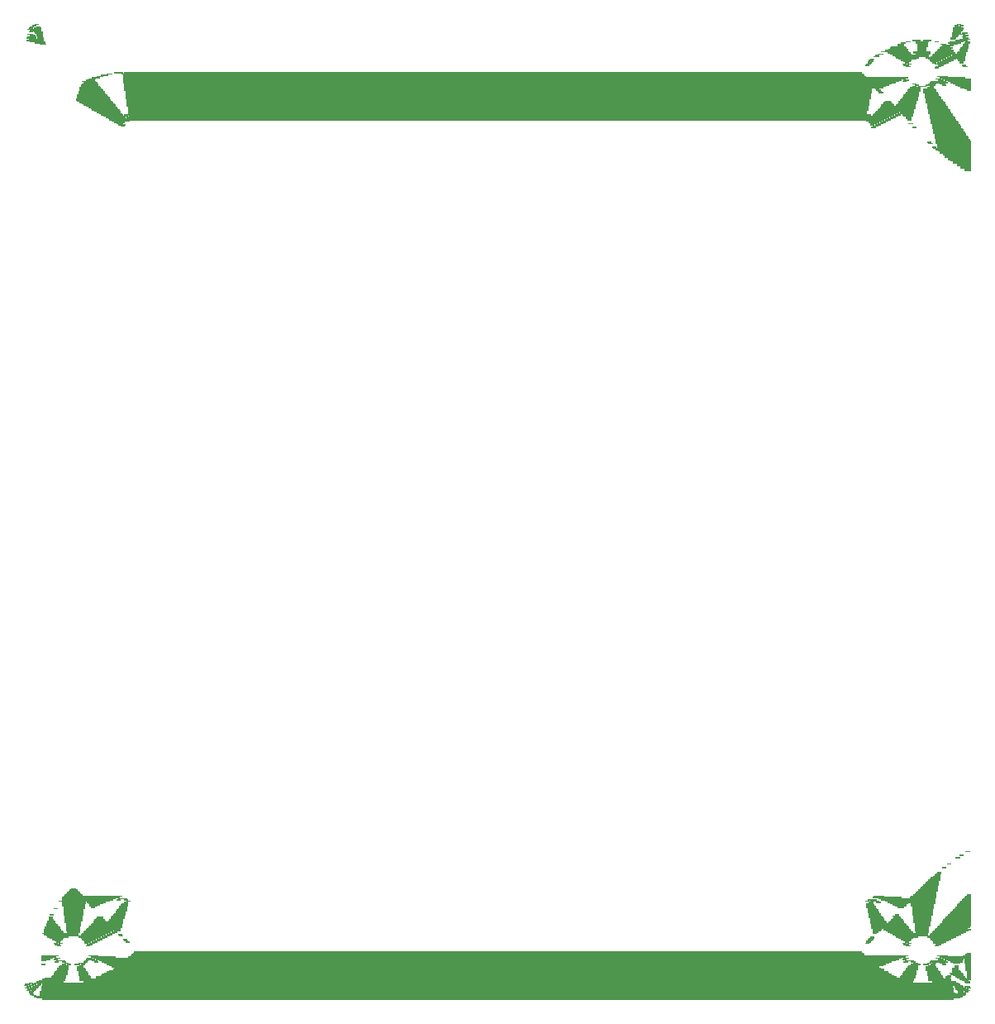
<source format=gbo>
%MOIN*%
%OFA0B0*%
%FSLAX36Y36*%
%IPPOS*%
%LPD*%
%ADD10R,0.0024992781413612566X0.0049962017766497467*%
D10*
X000075017Y000007494D02*
X003748917Y000007494D01*
X000050024Y000012490D02*
X003763912Y000012490D01*
X003758953Y000012490D02*
X003773909Y000012490D01*
X000040027Y000017486D02*
X000059982Y000017486D01*
X000060021Y000017486D02*
X003763912Y000017486D01*
X003758953Y000017486D02*
X003773909Y000017486D01*
X003768950Y000017486D02*
X003783907Y000017486D01*
X000030030Y000022482D02*
X000049985Y000022482D01*
X000065020Y000022482D02*
X003753915Y000022482D01*
X003748956Y000022482D02*
X003763912Y000022482D01*
X003758953Y000022482D02*
X003773909Y000022482D01*
X003768950Y000022482D02*
X003783907Y000022482D01*
X003778947Y000022482D02*
X003793904Y000022482D01*
X000025031Y000027479D02*
X000039988Y000027479D01*
X000065020Y000027479D02*
X003753915Y000027479D01*
X003758953Y000027479D02*
X003773909Y000027479D01*
X003768950Y000027479D02*
X003783907Y000027479D01*
X003783946Y000027479D02*
X003798902Y000027479D01*
X000020033Y000032475D02*
X000034989Y000032475D01*
X000065020Y000032475D02*
X003753915Y000032475D01*
X003768950Y000032475D02*
X003788905Y000032475D01*
X003783946Y000032475D02*
X003798902Y000032475D01*
X000020033Y000037471D02*
X000039988Y000037471D01*
X000065020Y000037471D02*
X003748917Y000037471D01*
X003768950Y000037471D02*
X003788905Y000037471D01*
X003793943Y000037471D02*
X003808899Y000037471D01*
X000010036Y000042467D02*
X000024992Y000042467D01*
X000030030Y000042467D02*
X000044987Y000042467D01*
X000070018Y000042467D02*
X003748917Y000042467D01*
X003763951Y000042467D02*
X003783907Y000042467D01*
X003783946Y000042467D02*
X003798902Y000042467D01*
X003798941Y000042467D02*
X003813898Y000042467D01*
X000015034Y000047463D02*
X000034989Y000047463D01*
X000035028Y000047463D02*
X000049985Y000047463D01*
X000070018Y000047463D02*
X003748917Y000047463D01*
X003758953Y000047463D02*
X003778908Y000047463D01*
X003778947Y000047463D02*
X003808899Y000047463D01*
X000005037Y000052460D02*
X000019994Y000052460D01*
X000025031Y000052460D02*
X000044987Y000052460D01*
X000040027Y000052460D02*
X000054984Y000052460D01*
X000070018Y000052460D02*
X003748917Y000052460D01*
X003758953Y000052460D02*
X003773909Y000052460D01*
X003768950Y000052460D02*
X003798902Y000052460D01*
X003803940Y000052460D02*
X003818897Y000052460D01*
X000010036Y000057456D02*
X000029991Y000057456D01*
X000035028Y000057456D02*
X000059982Y000057456D01*
X000070018Y000057456D02*
X003743918Y000057456D01*
X003753954Y000057456D02*
X003768911Y000057456D01*
X003763951Y000057456D02*
X003788905Y000057456D01*
X003793943Y000057456D02*
X003813898Y000057456D01*
X000000039Y000062452D02*
X000014995Y000062452D01*
X000020033Y000062452D02*
X000039988Y000062452D01*
X000045026Y000062452D02*
X000064981Y000062452D01*
X000075017Y000062452D02*
X003743918Y000062452D01*
X003748956Y000062452D02*
X003763912Y000062452D01*
X003758953Y000062452D02*
X003783907Y000062452D01*
X000005037Y000067448D02*
X000024992Y000067448D01*
X000030030Y000067448D02*
X000049985Y000067448D01*
X000055023Y000067448D02*
X000069979Y000067448D01*
X000075017Y000067448D02*
X003743918Y000067448D01*
X003748956Y000067448D02*
X003773909Y000067448D01*
X000020033Y000072444D02*
X000034989Y000072444D01*
X000040027Y000072444D02*
X000059982Y000072444D01*
X000060021Y000072444D02*
X000074978Y000072444D01*
X000075017Y000072444D02*
X003743918Y000072444D01*
X003743957Y000072444D02*
X003768911Y000072444D01*
X003798941Y000072444D02*
X003813898Y000072444D01*
X000050024Y000077441D02*
X000069979Y000077441D01*
X000065020Y000077441D02*
X000079976Y000077441D01*
X000075017Y000077441D02*
X000159953Y000077441D01*
X000239969Y000077441D02*
X003583964Y000077441D01*
X003663980Y000077441D02*
X003743918Y000077441D01*
X003743957Y000077441D02*
X003758914Y000077441D01*
X003793943Y000077441D02*
X003813898Y000077441D01*
X000060021Y000082437D02*
X000084975Y000082437D01*
X000080015Y000082437D02*
X000139959Y000082437D01*
X000135000Y000082437D02*
X000164952Y000082437D01*
X000224974Y000082437D02*
X000259924Y000082437D01*
X000259963Y000082437D02*
X003563970Y000082437D01*
X003559011Y000082437D02*
X003588963Y000082437D01*
X003648985Y000082437D02*
X003683935Y000082437D01*
X003683975Y000082437D02*
X003738920Y000082437D01*
X003783946Y000082437D02*
X003808899Y000082437D01*
X000075017Y000087433D02*
X000119965Y000087433D01*
X000115005Y000087433D02*
X000164952Y000087433D01*
X000224974Y000087433D02*
X000274920Y000087433D01*
X000274959Y000087433D02*
X003543976Y000087433D01*
X003539016Y000087433D02*
X003588963Y000087433D01*
X003648985Y000087433D02*
X003703930Y000087433D01*
X003703969Y000087433D02*
X003738920Y000087433D01*
X003773949Y000087433D02*
X003803901Y000087433D01*
X003803940Y000087433D02*
X003818897Y000087433D01*
X000085014Y000092429D02*
X000104969Y000092429D01*
X000105008Y000092429D02*
X000169950Y000092429D01*
X000224974Y000092429D02*
X000269922Y000092429D01*
X000289955Y000092429D02*
X003528980Y000092429D01*
X003529019Y000092429D02*
X003593961Y000092429D01*
X003648985Y000092429D02*
X003708928Y000092429D01*
X003718964Y000092429D02*
X003733921Y000092429D01*
X003763951Y000092429D02*
X003798902Y000092429D01*
X003803940Y000092429D02*
X003818897Y000092429D01*
X000110007Y000097425D02*
X000169950Y000097425D01*
X000224974Y000097425D02*
X000269922Y000097425D01*
X000289955Y000097425D02*
X000304911Y000097425D01*
X000299952Y000097425D02*
X003518983Y000097425D01*
X003534018Y000097425D02*
X003593961Y000097425D01*
X003648985Y000097425D02*
X003703930Y000097425D01*
X003718964Y000097425D02*
X003738920Y000097425D01*
X003758953Y000097425D02*
X003793904Y000097425D01*
X003803940Y000097425D02*
X003818897Y000097425D01*
X000115005Y000102422D02*
X000169950Y000102422D01*
X000219975Y000102422D02*
X000264923Y000102422D01*
X000309949Y000102422D02*
X003508986Y000102422D01*
X003539016Y000102422D02*
X003593961Y000102422D01*
X003643986Y000102422D02*
X003703930Y000102422D01*
X003723963Y000102422D02*
X003738920Y000102422D01*
X003748956Y000102422D02*
X003788905Y000102422D01*
X003803940Y000102422D02*
X003818897Y000102422D01*
X000120004Y000107418D02*
X000174949Y000107418D01*
X000219975Y000107418D02*
X000259924Y000107418D01*
X000314948Y000107418D02*
X000329904Y000107418D01*
X000324945Y000107418D02*
X003498989Y000107418D01*
X003544015Y000107418D02*
X003598960Y000107418D01*
X003643986Y000107418D02*
X003698931Y000107418D01*
X003738959Y000107418D02*
X003788905Y000107418D01*
X003803940Y000107418D02*
X003818897Y000107418D01*
X000120004Y000112414D02*
X000174949Y000112414D01*
X000219975Y000112414D02*
X000259924Y000112414D01*
X000324945Y000112414D02*
X000339901Y000112414D01*
X000334942Y000112414D02*
X003488992Y000112414D01*
X003544015Y000112414D02*
X003598960Y000112414D01*
X003643986Y000112414D02*
X003693933Y000112414D01*
X003733960Y000112414D02*
X003783907Y000112414D01*
X003803940Y000112414D02*
X003818897Y000112414D01*
X000125002Y000117410D02*
X000174949Y000117410D01*
X000219975Y000117410D02*
X000254926Y000117410D01*
X000334942Y000117410D02*
X000349898Y000117410D01*
X000344939Y000117410D02*
X003483993Y000117410D01*
X003549014Y000117410D02*
X003598960Y000117410D01*
X003643986Y000117410D02*
X003693933Y000117410D01*
X003743957Y000117410D02*
X003778908Y000117410D01*
X003803940Y000117410D02*
X003818897Y000117410D01*
X000130001Y000122406D02*
X000174949Y000122406D01*
X000214976Y000122406D02*
X000249927Y000122406D01*
X000344939Y000122406D02*
X003468998Y000122406D01*
X003554012Y000122406D02*
X003598960Y000122406D01*
X003638988Y000122406D02*
X003688934Y000122406D01*
X003743957Y000122406D02*
X003773909Y000122406D01*
X003798941Y000122406D02*
X003818897Y000122406D01*
X000135000Y000127403D02*
X000179948Y000127403D01*
X000214976Y000127403D02*
X000249927Y000127403D01*
X000359935Y000127403D02*
X003468998Y000127403D01*
X003559011Y000127403D02*
X003603959Y000127403D01*
X003638988Y000127403D02*
X003683935Y000127403D01*
X003743957Y000127403D02*
X003768911Y000127403D01*
X003798941Y000127403D02*
X003818897Y000127403D01*
X000135000Y000132399D02*
X000179948Y000132399D01*
X000214976Y000132399D02*
X000244929Y000132399D01*
X000364933Y000132399D02*
X003454002Y000132399D01*
X003559011Y000132399D02*
X003603959Y000132399D01*
X003638988Y000132399D02*
X003683935Y000132399D01*
X003743957Y000132399D02*
X003758914Y000132399D01*
X003753954Y000132399D02*
X003768911Y000132399D01*
X003798941Y000132399D02*
X003818897Y000132399D01*
X000139998Y000137395D02*
X000179948Y000137395D01*
X000214976Y000137395D02*
X000239930Y000137395D01*
X000354936Y000137395D02*
X000379890Y000137395D01*
X000374930Y000137395D02*
X003449003Y000137395D01*
X003564009Y000137395D02*
X003603959Y000137395D01*
X003638988Y000137395D02*
X003678937Y000137395D01*
X003753954Y000137395D02*
X003768911Y000137395D01*
X003798941Y000137395D02*
X003818897Y000137395D01*
X000144997Y000142391D02*
X000169950Y000142391D01*
X000164991Y000142391D02*
X000179948Y000142391D01*
X000224974Y000142391D02*
X000239930Y000142391D01*
X000344939Y000142391D02*
X000384888Y000142391D01*
X000379929Y000142391D02*
X003439006Y000142391D01*
X003434047Y000142391D02*
X003463999Y000142391D01*
X003569008Y000142391D02*
X003593961Y000142391D01*
X003589002Y000142391D02*
X003603959Y000142391D01*
X003648985Y000142391D02*
X003673938Y000142391D01*
X003753954Y000142391D02*
X003768911Y000142391D01*
X003798941Y000142391D02*
X003818897Y000142391D01*
X000070018Y000147387D02*
X000084975Y000147387D01*
X000154994Y000147387D02*
X000169950Y000147387D01*
X000174988Y000147387D02*
X000189945Y000147387D01*
X000204979Y000147387D02*
X000224935Y000147387D01*
X000229972Y000147387D02*
X000244929Y000147387D01*
X000334942Y000147387D02*
X000394885Y000147387D01*
X000389926Y000147387D02*
X003473996Y000147387D01*
X003579005Y000147387D02*
X003593961Y000147387D01*
X003598999Y000147387D02*
X003613956Y000147387D01*
X003628990Y000147387D02*
X003648946Y000147387D01*
X003658982Y000147387D02*
X003673938Y000147387D01*
X003703969Y000147387D02*
X003718925Y000147387D01*
X003798941Y000147387D02*
X003818897Y000147387D01*
X000164991Y000152384D02*
X000179948Y000152384D01*
X000219975Y000152384D02*
X000234932Y000152384D01*
X000234971Y000152384D02*
X000249927Y000152384D01*
X000324945Y000152384D02*
X003424011Y000152384D01*
X003419051Y000152384D02*
X003488992Y000152384D01*
X003589002Y000152384D02*
X003603959Y000152384D01*
X003643986Y000152384D02*
X003658943Y000152384D01*
X003663980Y000152384D02*
X003678937Y000152384D01*
X003693972Y000152384D02*
X003713927Y000152384D01*
X003748956Y000152384D02*
X003773909Y000152384D01*
X003793943Y000152384D02*
X003818897Y000152384D01*
X000125002Y000157380D02*
X000139959Y000157380D01*
X000154994Y000157380D02*
X000169950Y000157380D01*
X000239969Y000157380D02*
X000254926Y000157380D01*
X000284956Y000157380D02*
X000299913Y000157380D01*
X000314948Y000157380D02*
X000404883Y000157380D01*
X000399923Y000157380D02*
X003498989Y000157380D01*
X003549014Y000157380D02*
X003563970Y000157380D01*
X003579005Y000157380D02*
X003593961Y000157380D01*
X003653983Y000157380D02*
X003668940Y000157380D01*
X003668979Y000157380D02*
X003683935Y000157380D01*
X003683975Y000157380D02*
X003703930Y000157380D01*
X003708967Y000157380D02*
X003723924Y000157380D01*
X003738959Y000157380D02*
X003783907Y000157380D01*
X003793943Y000157380D02*
X003818897Y000157380D01*
X000070018Y000162376D02*
X000089974Y000162376D01*
X000130001Y000162376D02*
X000149956Y000162376D01*
X000149995Y000162376D02*
X000164952Y000162376D01*
X000244968Y000162376D02*
X000259924Y000162376D01*
X000274959Y000162376D02*
X000294914Y000162376D01*
X000304950Y000162376D02*
X003414013Y000162376D01*
X003409054Y000162376D02*
X003513985Y000162376D01*
X003554012Y000162376D02*
X003573967Y000162376D01*
X003574006Y000162376D02*
X003588963Y000162376D01*
X003658982Y000162376D02*
X003673938Y000162376D01*
X003673977Y000162376D02*
X003693933Y000162376D01*
X003698970Y000162376D02*
X003718925Y000162376D01*
X003728962Y000162376D02*
X003783907Y000162376D01*
X003793943Y000162376D02*
X003818897Y000162376D01*
X000070018Y000167372D02*
X000104969Y000167372D01*
X000120004Y000167372D02*
X000134961Y000167372D01*
X000249966Y000167372D02*
X000264923Y000167372D01*
X000264962Y000167372D02*
X000284917Y000167372D01*
X000289955Y000167372D02*
X003409015Y000167372D01*
X003404055Y000167372D02*
X003528980Y000167372D01*
X003544015Y000167372D02*
X003558972Y000167372D01*
X003688973Y000167372D02*
X003708928Y000167372D01*
X003713966Y000167372D02*
X003788905Y000167372D01*
X003793943Y000167372D02*
X003818897Y000167372D01*
X000070018Y000172368D02*
X000114966Y000172368D01*
X000125002Y000172368D02*
X000144958Y000172368D01*
X000254965Y000172368D02*
X000274920Y000172368D01*
X000279958Y000172368D02*
X003404016Y000172368D01*
X003399057Y000172368D02*
X003538977Y000172368D01*
X003549014Y000172368D02*
X003568969Y000172368D01*
X003678976Y000172368D02*
X003698931Y000172368D01*
X003703969Y000172368D02*
X003793904Y000172368D01*
X003793943Y000172368D02*
X003818897Y000172368D01*
X000070018Y000177365D02*
X000129962Y000177365D01*
X000269961Y000177365D02*
X000369893Y000177365D01*
X000419917Y000177365D02*
X003399018Y000177365D01*
X003394058Y000177365D02*
X003553973Y000177365D01*
X003693972Y000177365D02*
X003798902Y000177365D01*
X003793943Y000177365D02*
X003818897Y000177365D01*
X000070018Y000182361D02*
X000139959Y000182361D01*
X000259963Y000182361D02*
X000299913Y000182361D01*
X000429914Y000182361D02*
X003394019Y000182361D01*
X003394058Y000182361D02*
X003563970Y000182361D01*
X003683975Y000182361D02*
X003723924Y000182361D01*
X003788944Y000182361D02*
X003818897Y000182361D01*
X000434913Y000187357D02*
X003389021Y000187357D01*
X003798941Y000187357D02*
X003818897Y000187357D01*
X000439912Y000192353D02*
X003384022Y000192353D01*
X003803940Y000192353D02*
X003818897Y000192353D01*
X000444910Y000197349D02*
X003379024Y000197349D01*
X000135000Y000222330D02*
X000149956Y000222330D01*
X000249966Y000222330D02*
X000264923Y000222330D01*
X003559011Y000222330D02*
X003573967Y000222330D01*
X003673977Y000222330D02*
X003688934Y000222330D01*
X000125002Y000227327D02*
X000144958Y000227327D01*
X000254965Y000227327D02*
X000274920Y000227327D01*
X003549014Y000227327D02*
X003568969Y000227327D01*
X003678976Y000227327D02*
X003698931Y000227327D01*
X000120004Y000232323D02*
X000134961Y000232323D01*
X000139998Y000232323D02*
X000154955Y000232323D01*
X000244968Y000232323D02*
X000259924Y000232323D01*
X000264962Y000232323D02*
X000284917Y000232323D01*
X003394058Y000232323D02*
X003409015Y000232323D01*
X003544015Y000232323D02*
X003558972Y000232323D01*
X003564009Y000232323D02*
X003578966Y000232323D01*
X003668979Y000232323D02*
X003683935Y000232323D01*
X003688973Y000232323D02*
X003708928Y000232323D01*
X000130001Y000237319D02*
X000144958Y000237319D01*
X000244968Y000237319D02*
X000269922Y000237319D01*
X000274959Y000237319D02*
X000294914Y000237319D01*
X000409920Y000237319D02*
X000424877Y000237319D01*
X003399057Y000237319D02*
X003414013Y000237319D01*
X003554012Y000237319D02*
X003568969Y000237319D01*
X003668979Y000237319D02*
X003693933Y000237319D01*
X003698970Y000237319D02*
X003718925Y000237319D01*
X000125002Y000242315D02*
X000149956Y000242315D01*
X000239969Y000242315D02*
X000279919Y000242315D01*
X000284956Y000242315D02*
X000304911Y000242315D01*
X000404922Y000242315D02*
X000419878Y000242315D01*
X003399057Y000242315D02*
X003419012Y000242315D01*
X003549014Y000242315D02*
X003573967Y000242315D01*
X003663980Y000242315D02*
X003703930Y000242315D01*
X003708967Y000242315D02*
X003728922Y000242315D01*
X000115005Y000247311D02*
X000154955Y000247311D01*
X000234971Y000247311D02*
X000289916Y000247311D01*
X000294953Y000247311D02*
X000314909Y000247311D01*
X000399923Y000247311D02*
X000414880Y000247311D01*
X003404055Y000247311D02*
X003424011Y000247311D01*
X003539016Y000247311D02*
X003578966Y000247311D01*
X003658982Y000247311D02*
X003713927Y000247311D01*
X003718964Y000247311D02*
X003738920Y000247311D01*
X000105008Y000252308D02*
X000159953Y000252308D01*
X000229972Y000252308D02*
X000299913Y000252308D01*
X000304950Y000252308D02*
X000324906Y000252308D01*
X003409054Y000252308D02*
X003429009Y000252308D01*
X003529019Y000252308D02*
X003583964Y000252308D01*
X003653983Y000252308D02*
X003723924Y000252308D01*
X003728962Y000252308D02*
X003748917Y000252308D01*
X000095011Y000257304D02*
X000164952Y000257304D01*
X000164991Y000257304D02*
X000179948Y000257304D01*
X000219975Y000257304D02*
X000309910Y000257304D01*
X000314948Y000257304D02*
X000334903Y000257304D01*
X003414052Y000257304D02*
X003429009Y000257304D01*
X003519022Y000257304D02*
X003588963Y000257304D01*
X003589002Y000257304D02*
X003603959Y000257304D01*
X003643986Y000257304D02*
X003733921Y000257304D01*
X003738959Y000257304D02*
X003758914Y000257304D01*
X000090013Y000262300D02*
X000169950Y000262300D01*
X000164991Y000262300D02*
X000179948Y000262300D01*
X000174988Y000262300D02*
X000199942Y000262300D01*
X000199981Y000262300D02*
X000229933Y000262300D01*
X000224974Y000262300D02*
X000319907Y000262300D01*
X000324945Y000262300D02*
X000344900Y000262300D01*
X000384927Y000262300D02*
X000399884Y000262300D01*
X003514024Y000262300D02*
X003593961Y000262300D01*
X003589002Y000262300D02*
X003603959Y000262300D01*
X003598999Y000262300D02*
X003623953Y000262300D01*
X003623992Y000262300D02*
X003653944Y000262300D01*
X003648985Y000262300D02*
X003743918Y000262300D01*
X003748956Y000262300D02*
X003768911Y000262300D01*
X000080015Y000267296D02*
X000169950Y000267296D01*
X000164991Y000267296D02*
X000179948Y000267296D01*
X000174988Y000267296D02*
X000219936Y000267296D01*
X000229972Y000267296D02*
X000329904Y000267296D01*
X000334942Y000267296D02*
X000354897Y000267296D01*
X000379929Y000267296D02*
X000394885Y000267296D01*
X003504027Y000267296D02*
X003593961Y000267296D01*
X003589002Y000267296D02*
X003603959Y000267296D01*
X003598999Y000267296D02*
X003643947Y000267296D01*
X003653983Y000267296D02*
X003753915Y000267296D01*
X003758953Y000267296D02*
X003778908Y000267296D01*
X000075017Y000272292D02*
X000164952Y000272292D01*
X000164991Y000272292D02*
X000179948Y000272292D01*
X000174988Y000272292D02*
X000219936Y000272292D01*
X000234971Y000272292D02*
X000339901Y000272292D01*
X000344939Y000272292D02*
X000364894Y000272292D01*
X003424050Y000272292D02*
X003439006Y000272292D01*
X003494029Y000272292D02*
X003588963Y000272292D01*
X003589002Y000272292D02*
X003603959Y000272292D01*
X003598999Y000272292D02*
X003643947Y000272292D01*
X003658982Y000272292D02*
X003763912Y000272292D01*
X003768950Y000272292D02*
X003788905Y000272292D01*
X000080015Y000277289D02*
X000159953Y000277289D01*
X000174988Y000277289D02*
X000224935Y000277289D01*
X000239969Y000277289D02*
X000349898Y000277289D01*
X000354936Y000277289D02*
X000374891Y000277289D01*
X003424050Y000277289D02*
X003444005Y000277289D01*
X003484032Y000277289D02*
X003583964Y000277289D01*
X003598999Y000277289D02*
X003648946Y000277289D01*
X003663980Y000277289D02*
X003773909Y000277289D01*
X003778947Y000277289D02*
X003798902Y000277289D01*
X000080015Y000282285D02*
X000154955Y000282285D01*
X000169989Y000282285D02*
X000224935Y000282285D01*
X000244968Y000282285D02*
X000359896Y000282285D01*
X000364933Y000282285D02*
X000389887Y000282285D01*
X003424050Y000282285D02*
X003454002Y000282285D01*
X003479034Y000282285D02*
X003578966Y000282285D01*
X003594001Y000282285D02*
X003648946Y000282285D01*
X003668979Y000282285D02*
X003783907Y000282285D01*
X003788944Y000282285D02*
X003808899Y000282285D01*
X000080015Y000287281D02*
X000149956Y000287281D01*
X000169989Y000287281D02*
X000224935Y000287281D01*
X000249966Y000287281D02*
X000389887Y000287281D01*
X003424050Y000287281D02*
X003459000Y000287281D01*
X003469037Y000287281D02*
X003573967Y000287281D01*
X003594001Y000287281D02*
X003648946Y000287281D01*
X003673977Y000287281D02*
X003793904Y000287281D01*
X003798941Y000287281D02*
X003818897Y000287281D01*
X000085014Y000292277D02*
X000144958Y000292277D01*
X000169989Y000292277D02*
X000224935Y000292277D01*
X000254965Y000292277D02*
X000359896Y000292277D01*
X000354936Y000292277D02*
X000389887Y000292277D01*
X003419051Y000292277D02*
X003463999Y000292277D01*
X003464038Y000292277D02*
X003568969Y000292277D01*
X003594001Y000292277D02*
X003648946Y000292277D01*
X003678976Y000292277D02*
X003803901Y000292277D01*
X000085014Y000297274D02*
X000144958Y000297274D01*
X000169989Y000297274D02*
X000224935Y000297274D01*
X000259963Y000297274D02*
X000354897Y000297274D01*
X000349937Y000297274D02*
X000394885Y000297274D01*
X003419051Y000297274D02*
X003468998Y000297274D01*
X003469037Y000297274D02*
X003568969Y000297274D01*
X003594001Y000297274D02*
X003648946Y000297274D01*
X003683975Y000297274D02*
X003813898Y000297274D01*
X000090013Y000302270D02*
X000139959Y000302270D01*
X000169989Y000302270D02*
X000229933Y000302270D01*
X000264962Y000302270D02*
X000349898Y000302270D01*
X000344939Y000302270D02*
X000394885Y000302270D01*
X003419051Y000302270D02*
X003478995Y000302270D01*
X003474035Y000302270D02*
X003563970Y000302270D01*
X003594001Y000302270D02*
X003653944Y000302270D01*
X003688973Y000302270D02*
X003818897Y000302270D01*
X000090013Y000307266D02*
X000134961Y000307266D01*
X000169989Y000307266D02*
X000229933Y000307266D01*
X000269961Y000307266D02*
X000344900Y000307266D01*
X000339940Y000307266D02*
X000394885Y000307266D01*
X003419051Y000307266D02*
X003483993Y000307266D01*
X003479034Y000307266D02*
X003558972Y000307266D01*
X003594001Y000307266D02*
X003653944Y000307266D01*
X003693972Y000307266D02*
X003818897Y000307266D01*
X000090013Y000312262D02*
X000129962Y000312262D01*
X000169989Y000312262D02*
X000229933Y000312262D01*
X000274959Y000312262D02*
X000339901Y000312262D01*
X000334942Y000312262D02*
X000399884Y000312262D01*
X003414052Y000312262D02*
X003478995Y000312262D01*
X003474035Y000312262D02*
X003488992Y000312262D01*
X003484032Y000312262D02*
X003553973Y000312262D01*
X003594001Y000312262D02*
X003653944Y000312262D01*
X003698970Y000312262D02*
X003818897Y000312262D01*
X000095011Y000317258D02*
X000124963Y000317258D01*
X000164991Y000317258D02*
X000229933Y000317258D01*
X000279958Y000317258D02*
X000334903Y000317258D01*
X000334942Y000317258D02*
X000399884Y000317258D01*
X003414052Y000317258D02*
X003478995Y000317258D01*
X003489031Y000317258D02*
X003548974Y000317258D01*
X003589002Y000317258D02*
X003653944Y000317258D01*
X003703969Y000317258D02*
X003818897Y000317258D01*
X000095011Y000322255D02*
X000124963Y000322255D01*
X000164991Y000322255D02*
X000234932Y000322255D01*
X000279958Y000322255D02*
X000329904Y000322255D01*
X000339940Y000322255D02*
X000399884Y000322255D01*
X003414052Y000322255D02*
X003473996Y000322255D01*
X003494029Y000322255D02*
X003548974Y000322255D01*
X003589002Y000322255D02*
X003658943Y000322255D01*
X003703969Y000322255D02*
X003818897Y000322255D01*
X000100010Y000327251D02*
X000119965Y000327251D01*
X000164991Y000327251D02*
X000234932Y000327251D01*
X000284956Y000327251D02*
X000324906Y000327251D01*
X000344939Y000327251D02*
X000399884Y000327251D01*
X003414052Y000327251D02*
X003468998Y000327251D01*
X003499028Y000327251D02*
X003543976Y000327251D01*
X003589002Y000327251D02*
X003658943Y000327251D01*
X003708967Y000327251D02*
X003818897Y000327251D01*
X000100010Y000332247D02*
X000114966Y000332247D01*
X000164991Y000332247D02*
X000234932Y000332247D01*
X000289955Y000332247D02*
X000319907Y000332247D01*
X000349937Y000332247D02*
X000404883Y000332247D01*
X003414052Y000332247D02*
X003468998Y000332247D01*
X003504027Y000332247D02*
X003538977Y000332247D01*
X003589002Y000332247D02*
X003658943Y000332247D01*
X003713966Y000332247D02*
X003818897Y000332247D01*
X000100010Y000337243D02*
X000114966Y000337243D01*
X000164991Y000337243D02*
X000234932Y000337243D01*
X000294953Y000337243D02*
X000319907Y000337243D01*
X000349937Y000337243D02*
X000404883Y000337243D01*
X003409054Y000337243D02*
X003463999Y000337243D01*
X003509025Y000337243D02*
X003533979Y000337243D01*
X003589002Y000337243D02*
X003658943Y000337243D01*
X003718964Y000337243D02*
X003818897Y000337243D01*
X000164991Y000342239D02*
X000234932Y000342239D01*
X000354936Y000342239D02*
X000404883Y000342239D01*
X003409054Y000342239D02*
X003459000Y000342239D01*
X003504027Y000342239D02*
X003528980Y000342239D01*
X003589002Y000342239D02*
X003658943Y000342239D01*
X003723963Y000342239D02*
X003818897Y000342239D01*
X000105008Y000347236D02*
X000119965Y000347236D01*
X000159992Y000347236D02*
X000239930Y000347236D01*
X000359935Y000347236D02*
X000409881Y000347236D01*
X003409054Y000347236D02*
X003454002Y000347236D01*
X003514024Y000347236D02*
X003528980Y000347236D01*
X003584003Y000347236D02*
X003663941Y000347236D01*
X003728962Y000347236D02*
X003818897Y000347236D01*
X000159992Y000352232D02*
X000239930Y000352232D01*
X000364933Y000352232D02*
X000409881Y000352232D01*
X003409054Y000352232D02*
X003454002Y000352232D01*
X003584003Y000352232D02*
X003663941Y000352232D01*
X003733960Y000352232D02*
X003818897Y000352232D01*
X000159992Y000357228D02*
X000239930Y000357228D01*
X000369932Y000357228D02*
X000409881Y000357228D01*
X003404055Y000357228D02*
X003449003Y000357228D01*
X003584003Y000357228D02*
X003663941Y000357228D01*
X003738959Y000357228D02*
X003818897Y000357228D01*
X000159992Y000362224D02*
X000239930Y000362224D01*
X000369932Y000362224D02*
X000414880Y000362224D01*
X003404055Y000362224D02*
X003444005Y000362224D01*
X003584003Y000362224D02*
X003663941Y000362224D01*
X003743957Y000362224D02*
X003818897Y000362224D01*
X000159992Y000367220D02*
X000239930Y000367220D01*
X000374930Y000367220D02*
X000414880Y000367220D01*
X003404055Y000367220D02*
X003444005Y000367220D01*
X003584003Y000367220D02*
X003663941Y000367220D01*
X003748956Y000367220D02*
X003818897Y000367220D01*
X000120004Y000372217D02*
X000134961Y000372217D01*
X000159992Y000372217D02*
X000244929Y000372217D01*
X000379929Y000372217D02*
X000414880Y000372217D01*
X003404055Y000372217D02*
X003439006Y000372217D01*
X003584003Y000372217D02*
X003668940Y000372217D01*
X003753954Y000372217D02*
X003818897Y000372217D01*
X000159992Y000377213D02*
X000244929Y000377213D01*
X000269961Y000377213D02*
X000284917Y000377213D01*
X000384927Y000377213D02*
X000414880Y000377213D01*
X003399057Y000377213D02*
X003434008Y000377213D01*
X003524021Y000377213D02*
X003548974Y000377213D01*
X003584003Y000377213D02*
X003668940Y000377213D01*
X003758953Y000377213D02*
X003818897Y000377213D01*
X000154994Y000382209D02*
X000244929Y000382209D01*
X000264962Y000382209D02*
X000294914Y000382209D01*
X000384927Y000382209D02*
X000419878Y000382209D01*
X003399057Y000382209D02*
X003434008Y000382209D01*
X003514024Y000382209D02*
X003558972Y000382209D01*
X003579005Y000382209D02*
X003668940Y000382209D01*
X003763951Y000382209D02*
X003818897Y000382209D01*
X000154994Y000387205D02*
X000244929Y000387205D01*
X000264962Y000387205D02*
X000304911Y000387205D01*
X000389926Y000387205D02*
X000419878Y000387205D01*
X003399057Y000387205D02*
X003429009Y000387205D01*
X003504027Y000387205D02*
X003558972Y000387205D01*
X003579005Y000387205D02*
X003668940Y000387205D01*
X003763951Y000387205D02*
X003818897Y000387205D01*
X000154994Y000392201D02*
X000249927Y000392201D01*
X000259963Y000392201D02*
X000319907Y000392201D01*
X000394924Y000392201D02*
X000419878Y000392201D01*
X003399057Y000392201D02*
X003424011Y000392201D01*
X003494029Y000392201D02*
X003563970Y000392201D01*
X003579005Y000392201D02*
X003673938Y000392201D01*
X003768950Y000392201D02*
X003818897Y000392201D01*
X000154994Y000397198D02*
X000249927Y000397198D01*
X000254965Y000397198D02*
X000329904Y000397198D01*
X000404922Y000397198D02*
X000419878Y000397198D01*
X003409054Y000397198D02*
X003424011Y000397198D01*
X003439045Y000397198D02*
X003454002Y000397198D01*
X003484032Y000397198D02*
X003573967Y000397198D01*
X003579005Y000397198D02*
X003673938Y000397198D01*
X003773949Y000397198D02*
X003818897Y000397198D01*
X000139998Y000402194D02*
X000154955Y000402194D01*
X000154994Y000402194D02*
X000249927Y000402194D01*
X000244968Y000402194D02*
X000344900Y000402194D01*
X000414919Y000402194D02*
X000429875Y000402194D01*
X003394058Y000402194D02*
X003409015Y000402194D01*
X003414052Y000402194D02*
X003429009Y000402194D01*
X003429048Y000402194D02*
X003449003Y000402194D01*
X003474035Y000402194D02*
X003573967Y000402194D01*
X003579005Y000402194D02*
X003673938Y000402194D01*
X003778947Y000402194D02*
X003818897Y000402194D01*
X000154994Y000407190D02*
X000249927Y000407190D01*
X000244968Y000407190D02*
X000359896Y000407190D01*
X000374930Y000407190D02*
X000389887Y000407190D01*
X000404922Y000407190D02*
X000419878Y000407190D01*
X003404055Y000407190D02*
X003419012Y000407190D01*
X003419051Y000407190D02*
X003439006Y000407190D01*
X003459039Y000407190D02*
X003578966Y000407190D01*
X003579005Y000407190D02*
X003673938Y000407190D01*
X003783946Y000407190D02*
X003818897Y000407190D01*
X000154994Y000412186D02*
X000244929Y000412186D01*
X000239969Y000412186D02*
X000369893Y000412186D01*
X000379929Y000412186D02*
X000399884Y000412186D01*
X000399923Y000412186D02*
X000414880Y000412186D01*
X003449042Y000412186D02*
X003583964Y000412186D01*
X003579005Y000412186D02*
X003673938Y000412186D01*
X003788944Y000412186D02*
X003818897Y000412186D01*
X000154994Y000417182D02*
X000239930Y000417182D01*
X000234971Y000417182D02*
X000384888Y000417182D01*
X003424050Y000417182D02*
X003439006Y000417182D01*
X003439045Y000417182D02*
X003538977Y000417182D01*
X003574006Y000417182D02*
X003678937Y000417182D01*
X003793943Y000417182D02*
X003818897Y000417182D01*
X000159992Y000422179D02*
X000394885Y000422179D01*
X003429048Y000422179D02*
X003468998Y000422179D01*
X003579005Y000422179D02*
X003678937Y000422179D01*
X003798941Y000422179D02*
X003818897Y000422179D01*
X000164991Y000427175D02*
X000234932Y000427175D01*
X003589002Y000427175D02*
X003678937Y000427175D01*
X003803940Y000427175D02*
X003818897Y000427175D01*
X000169989Y000432171D02*
X000229933Y000432171D01*
X003594001Y000432171D02*
X003678937Y000432171D01*
X000174988Y000437167D02*
X000224935Y000437167D01*
X003598999Y000437167D02*
X003678937Y000437167D01*
X000179987Y000442163D02*
X000219936Y000442163D01*
X003603998Y000442163D02*
X003683935Y000442163D01*
X000184985Y000447160D02*
X000214937Y000447160D01*
X003608996Y000447160D02*
X003683935Y000447160D01*
X000189984Y000452156D02*
X000209939Y000452156D01*
X003613995Y000452156D02*
X003683935Y000452156D01*
X003618993Y000457152D02*
X003683935Y000457152D01*
X003623992Y000462148D02*
X003683935Y000462148D01*
X003628990Y000467144D02*
X003688934Y000467144D01*
X003633989Y000472141D02*
X003688934Y000472141D01*
X003638988Y000477137D02*
X003688934Y000477137D01*
X003643986Y000482133D02*
X003688934Y000482133D01*
X003648985Y000487129D02*
X003693933Y000487129D01*
X003653983Y000492125D02*
X003693933Y000492125D01*
X003658982Y000497122D02*
X003693933Y000497122D01*
X003668979Y000502118D02*
X003693933Y000502118D01*
X003673977Y000507114D02*
X003693933Y000507114D01*
X003678976Y000512110D02*
X003698931Y000512110D01*
X003683975Y000517106D02*
X003698931Y000517106D01*
X003703969Y000537091D02*
X003718925Y000537091D01*
X003723963Y000552080D02*
X003738920Y000552080D01*
X003758953Y000577061D02*
X003773909Y000577061D01*
X003773949Y000587053D02*
X003788905Y000587053D01*
X003798941Y000602042D02*
X003813898Y000602042D01*
X003793943Y003344957D02*
X003818897Y003344957D01*
X003793943Y003349953D02*
X003818897Y003349953D01*
X003778947Y003354949D02*
X003818897Y003354949D01*
X003778947Y003359945D02*
X003818897Y003359945D01*
X003763951Y003364941D02*
X003818897Y003364941D01*
X003763951Y003369938D02*
X003818897Y003369938D01*
X003748956Y003374934D02*
X003818897Y003374934D01*
X003748956Y003379930D02*
X003818897Y003379930D01*
X003738959Y003384926D02*
X003818897Y003384926D01*
X003728962Y003389922D02*
X003818897Y003389922D01*
X003728962Y003394919D02*
X003818897Y003394919D01*
X003713966Y003399915D02*
X003818897Y003399915D01*
X003713966Y003404911D02*
X003818897Y003404911D01*
X003708967Y003409907D02*
X003818897Y003409907D01*
X003693972Y003414903D02*
X003818897Y003414903D01*
X003693972Y003419900D02*
X003818897Y003419900D01*
X003688973Y003424896D02*
X003818897Y003424896D01*
X003678976Y003429892D02*
X003693933Y003429892D01*
X003688973Y003429892D02*
X003818897Y003429892D01*
X003668979Y003434888D02*
X003683935Y003434888D01*
X003683975Y003434888D02*
X003818897Y003434888D01*
X003663980Y003439884D02*
X003678937Y003439884D01*
X003683975Y003439884D02*
X003818897Y003439884D01*
X003683975Y003444881D02*
X003818897Y003444881D01*
X003683975Y003449877D02*
X003818897Y003449877D01*
X003648985Y003454873D02*
X003663941Y003454873D01*
X003678976Y003454873D02*
X003818897Y003454873D01*
X003643986Y003459869D02*
X003658943Y003459869D01*
X003678976Y003459869D02*
X003818897Y003459869D01*
X003678976Y003464865D02*
X003818897Y003464865D01*
X003678976Y003469862D02*
X003813898Y003469862D01*
X003673977Y003474858D02*
X003808899Y003474858D01*
X003673977Y003479854D02*
X003808899Y003479854D01*
X003673977Y003484850D02*
X003803901Y003484850D01*
X003673977Y003489846D02*
X003798902Y003489846D01*
X003668979Y003494843D02*
X003798902Y003494843D01*
X003668979Y003499839D02*
X003793904Y003499839D01*
X003668979Y003504835D02*
X003788905Y003504835D01*
X003668979Y003509831D02*
X003788905Y003509831D01*
X003663980Y003514827D02*
X003783907Y003514827D01*
X003419051Y003519824D02*
X003434008Y003519824D01*
X003584003Y003519824D02*
X003598960Y003519824D01*
X003663980Y003519824D02*
X003778908Y003519824D01*
X000389926Y003524820D02*
X000404883Y003524820D01*
X003424050Y003524820D02*
X003444005Y003524820D01*
X003663980Y003524820D02*
X003778908Y003524820D01*
X000379929Y003529816D02*
X000394885Y003529816D01*
X000394924Y003529816D02*
X000409881Y003529816D01*
X003414052Y003529816D02*
X003429009Y003529816D01*
X003434047Y003529816D02*
X003454002Y003529816D01*
X003663980Y003529816D02*
X003773909Y003529816D01*
X000374930Y003534812D02*
X000399884Y003534812D01*
X003414052Y003534812D02*
X003439006Y003534812D01*
X003444044Y003534812D02*
X003463999Y003534812D01*
X003569008Y003534812D02*
X003583964Y003534812D01*
X003658982Y003534812D02*
X003768911Y003534812D01*
X000364933Y003539808D02*
X000404883Y003539808D01*
X003409054Y003539808D02*
X003449003Y003539808D01*
X003454041Y003539808D02*
X003473996Y003539808D01*
X003658982Y003539808D02*
X003768911Y003539808D01*
X000354936Y003544805D02*
X000409881Y003544805D01*
X000409920Y003544805D02*
X000424877Y003544805D01*
X003399057Y003544805D02*
X003459000Y003544805D01*
X003464038Y003544805D02*
X003483993Y003544805D01*
X003658982Y003544805D02*
X003763912Y003544805D01*
X000344939Y003549801D02*
X000414880Y003549801D01*
X000409920Y003549801D02*
X000429875Y003549801D01*
X000424916Y003549801D02*
X003409015Y003549801D01*
X003404055Y003549801D02*
X003468998Y003549801D01*
X003474035Y003549801D02*
X003493990Y003549801D01*
X003564009Y003549801D02*
X003578966Y003549801D01*
X003658982Y003549801D02*
X003758914Y003549801D01*
X000339940Y003554797D02*
X000414880Y003554797D01*
X000409920Y003554797D02*
X000429875Y003554797D01*
X000424916Y003554797D02*
X003394019Y003554797D01*
X003394058Y003554797D02*
X003409015Y003554797D01*
X003409054Y003554797D02*
X003478995Y003554797D01*
X003484032Y003554797D02*
X003503987Y003554797D01*
X003559011Y003554797D02*
X003578966Y003554797D01*
X003653983Y003554797D02*
X003753915Y003554797D01*
X000329943Y003559793D02*
X000409881Y003559793D01*
X000414919Y003559793D02*
X000429875Y003559793D01*
X000424916Y003559793D02*
X003394019Y003559793D01*
X003399057Y003559793D02*
X003414013Y003559793D01*
X003414052Y003559793D02*
X003488992Y003559793D01*
X003494029Y003559793D02*
X003513985Y003559793D01*
X003559011Y003559793D02*
X003578966Y003559793D01*
X003653983Y003559793D02*
X003753915Y003559793D01*
X000319946Y003564789D02*
X000404883Y003564789D01*
X000404922Y003564789D02*
X000419878Y003564789D01*
X000424916Y003564789D02*
X003399018Y003564789D01*
X003399057Y003564789D02*
X003414013Y003564789D01*
X003419051Y003564789D02*
X003498989Y003564789D01*
X003504027Y003564789D02*
X003523982Y003564789D01*
X003549014Y003564789D02*
X003563970Y003564789D01*
X003559011Y003564789D02*
X003583964Y003564789D01*
X003653983Y003564789D02*
X003748917Y003564789D01*
X000309949Y003569786D02*
X000399884Y003569786D01*
X000404922Y003569786D02*
X000419878Y003569786D01*
X000419917Y003569786D02*
X003399018Y003569786D01*
X003399057Y003569786D02*
X003414013Y003569786D01*
X003424050Y003569786D02*
X003508986Y003569786D01*
X003514024Y003569786D02*
X003533979Y003569786D01*
X003544015Y003569786D02*
X003583964Y003569786D01*
X003653983Y003569786D02*
X003743918Y003569786D01*
X000304950Y003574782D02*
X000394885Y003574782D01*
X000419917Y003574782D02*
X003399018Y003574782D01*
X003429048Y003574782D02*
X003518983Y003574782D01*
X003524021Y003574782D02*
X003543976Y003574782D01*
X003539016Y003574782D02*
X003568969Y003574782D01*
X003564009Y003574782D02*
X003583964Y003574782D01*
X003648985Y003574782D02*
X003743918Y003574782D01*
X000294953Y003579778D02*
X000389887Y003579778D01*
X000419917Y003579778D02*
X003399018Y003579778D01*
X003434047Y003579778D02*
X003528980Y003579778D01*
X003534018Y003579778D02*
X003568969Y003579778D01*
X003564009Y003579778D02*
X003588963Y003579778D01*
X003648985Y003579778D02*
X003738920Y003579778D01*
X000284956Y003584774D02*
X000389887Y003584774D01*
X000419917Y003584774D02*
X003399018Y003584774D01*
X003439045Y003584774D02*
X003533979Y003584774D01*
X003529019Y003584774D02*
X003588963Y003584774D01*
X003648985Y003584774D02*
X003733921Y003584774D01*
X000274959Y003589770D02*
X000384888Y003589770D01*
X000419917Y003589770D02*
X003404016Y003589770D01*
X003444044Y003589770D02*
X003528980Y003589770D01*
X003524021Y003589770D02*
X003573967Y003589770D01*
X003569008Y003589770D02*
X003588963Y003589770D01*
X003648985Y003589770D02*
X003733921Y003589770D01*
X000269961Y003594767D02*
X000379890Y003594767D01*
X000419917Y003594767D02*
X003404016Y003594767D01*
X003449042Y003594767D02*
X003523982Y003594767D01*
X003519022Y003594767D02*
X003573967Y003594767D01*
X003569008Y003594767D02*
X003593961Y003594767D01*
X003643986Y003594767D02*
X003728922Y003594767D01*
X000259963Y003599763D02*
X000374891Y003599763D01*
X000419917Y003599763D02*
X003404016Y003599763D01*
X003454041Y003599763D02*
X003518983Y003599763D01*
X003514024Y003599763D02*
X003593961Y003599763D01*
X003643986Y003599763D02*
X003723924Y003599763D01*
X000249966Y003604759D02*
X000369893Y003604759D01*
X000414919Y003604759D02*
X003404016Y003604759D01*
X003459039Y003604759D02*
X003513985Y003604759D01*
X003514024Y003604759D02*
X003578966Y003604759D01*
X003574006Y003604759D02*
X003593961Y003604759D01*
X003643986Y003604759D02*
X003723924Y003604759D01*
X000239969Y003609755D02*
X000369893Y003609755D01*
X000414919Y003609755D02*
X003409015Y003609755D01*
X003459039Y003609755D02*
X003508986Y003609755D01*
X003519022Y003609755D02*
X003578966Y003609755D01*
X003574006Y003609755D02*
X003593961Y003609755D01*
X003643986Y003609755D02*
X003718925Y003609755D01*
X000234971Y003614751D02*
X000364894Y003614751D01*
X000414919Y003614751D02*
X003409015Y003614751D01*
X003464038Y003614751D02*
X003503987Y003614751D01*
X003524021Y003614751D02*
X003578966Y003614751D01*
X003579005Y003614751D02*
X003598960Y003614751D01*
X003643986Y003614751D02*
X003713927Y003614751D01*
X000224974Y003619748D02*
X000359896Y003619748D01*
X000414919Y003619748D02*
X003409015Y003619748D01*
X003469037Y003619748D02*
X003498989Y003619748D01*
X003529019Y003619748D02*
X003583964Y003619748D01*
X003579005Y003619748D02*
X003598960Y003619748D01*
X003638988Y003619748D02*
X003663941Y003619748D01*
X003658982Y003619748D02*
X003713927Y003619748D01*
X000214976Y003624744D02*
X000354897Y003624744D01*
X000414919Y003624744D02*
X003409015Y003624744D01*
X003474035Y003624744D02*
X003493990Y003624744D01*
X003529019Y003624744D02*
X003583964Y003624744D01*
X003579005Y003624744D02*
X003598960Y003624744D01*
X003638988Y003624744D02*
X003708928Y003624744D01*
X000209978Y003629740D02*
X000349898Y003629740D01*
X000414919Y003629740D02*
X003409015Y003629740D01*
X003534018Y003629740D02*
X003583964Y003629740D01*
X003584003Y003629740D02*
X003603959Y003629740D01*
X003638988Y003629740D02*
X003703930Y003629740D01*
X000209978Y003634736D02*
X000344900Y003634736D01*
X000409920Y003634736D02*
X003414013Y003634736D01*
X003539016Y003634736D02*
X003588963Y003634736D01*
X003584003Y003634736D02*
X003603959Y003634736D01*
X003638988Y003634736D02*
X003658943Y003634736D01*
X003653983Y003634736D02*
X003698931Y003634736D01*
X000214976Y003639732D02*
X000344900Y003639732D01*
X000409920Y003639732D02*
X003414013Y003639732D01*
X003544015Y003639732D02*
X003588963Y003639732D01*
X003584003Y003639732D02*
X003603959Y003639732D01*
X003633989Y003639732D02*
X003658943Y003639732D01*
X003653983Y003639732D02*
X003698931Y003639732D01*
X000214976Y003644729D02*
X000339901Y003644729D01*
X000409920Y003644729D02*
X003414013Y003644729D01*
X003549014Y003644729D02*
X003588963Y003644729D01*
X003589002Y003644729D02*
X003608957Y003644729D01*
X003633989Y003644729D02*
X003693933Y003644729D01*
X000214976Y003649725D02*
X000334903Y003649725D01*
X000409920Y003649725D02*
X003414013Y003649725D01*
X003549014Y003649725D02*
X003593961Y003649725D01*
X003589002Y003649725D02*
X003608957Y003649725D01*
X003633989Y003649725D02*
X003653944Y003649725D01*
X003648985Y003649725D02*
X003688934Y003649725D01*
X000219975Y003654721D02*
X000329904Y003654721D01*
X000409920Y003654721D02*
X003414013Y003654721D01*
X003554012Y003654721D02*
X003593961Y003654721D01*
X003589002Y003654721D02*
X003608957Y003654721D01*
X003633989Y003654721D02*
X003653944Y003654721D01*
X003648985Y003654721D02*
X003688934Y003654721D01*
X000219975Y003659717D02*
X000324906Y003659717D01*
X000409920Y003659717D02*
X003419012Y003659717D01*
X003449042Y003659717D02*
X003463999Y003659717D01*
X003559011Y003659717D02*
X003593961Y003659717D01*
X003594001Y003659717D02*
X003608957Y003659717D01*
X003628990Y003659717D02*
X003653944Y003659717D01*
X003648985Y003659717D02*
X003683935Y003659717D01*
X000219975Y003664714D02*
X000324906Y003664714D01*
X000409920Y003664714D02*
X003419012Y003664714D01*
X003444044Y003664714D02*
X003459000Y003664714D01*
X003564009Y003664714D02*
X003593961Y003664714D01*
X003594001Y003664714D02*
X003613956Y003664714D01*
X003628990Y003664714D02*
X003648946Y003664714D01*
X003643986Y003664714D02*
X003678937Y003664714D01*
X000224974Y003669710D02*
X000319907Y003669710D01*
X000404922Y003669710D02*
X003419012Y003669710D01*
X003439045Y003669710D02*
X003454002Y003669710D01*
X003564009Y003669710D02*
X003598960Y003669710D01*
X003594001Y003669710D02*
X003613956Y003669710D01*
X003628990Y003669710D02*
X003648946Y003669710D01*
X003643986Y003669710D02*
X003678937Y003669710D01*
X003803940Y003669710D02*
X003818897Y003669710D01*
X000224974Y003674706D02*
X000314909Y003674706D01*
X000404922Y003674706D02*
X003419012Y003674706D01*
X003434047Y003674706D02*
X003449003Y003674706D01*
X003569008Y003674706D02*
X003598960Y003674706D01*
X003598999Y003674706D02*
X003613956Y003674706D01*
X003628990Y003674706D02*
X003643947Y003674706D01*
X003643986Y003674706D02*
X003673938Y003674706D01*
X003793943Y003674706D02*
X003818897Y003674706D01*
X000224974Y003679702D02*
X000309910Y003679702D01*
X000404922Y003679702D02*
X003424011Y003679702D01*
X003429048Y003679702D02*
X003463999Y003679702D01*
X003574006Y003679702D02*
X003598960Y003679702D01*
X003598999Y003679702D02*
X003613956Y003679702D01*
X003643986Y003679702D02*
X003668940Y003679702D01*
X003778947Y003679702D02*
X003818897Y003679702D01*
X000229972Y003684698D02*
X000304911Y003684698D01*
X000404922Y003684698D02*
X003424011Y003684698D01*
X003424050Y003684698D02*
X003473996Y003684698D01*
X003584003Y003684698D02*
X003598960Y003684698D01*
X003608996Y003684698D02*
X003638948Y003684698D01*
X003653983Y003684698D02*
X003668940Y003684698D01*
X003768950Y003684698D02*
X003818897Y003684698D01*
X000229972Y003689695D02*
X000299913Y003689695D01*
X000404922Y003689695D02*
X003424011Y003689695D01*
X003419051Y003689695D02*
X003488992Y003689695D01*
X003594001Y003689695D02*
X003608957Y003689695D01*
X003638988Y003689695D02*
X003653944Y003689695D01*
X003658982Y003689695D02*
X003673938Y003689695D01*
X003703969Y003689695D02*
X003718925Y003689695D01*
X003758953Y003689695D02*
X003818897Y003689695D01*
X000234971Y003694691D02*
X000299913Y003694691D01*
X000404922Y003694691D02*
X003498989Y003694691D01*
X003584003Y003694691D02*
X003598960Y003694691D01*
X003648985Y003694691D02*
X003663941Y003694691D01*
X003663980Y003694691D02*
X003678937Y003694691D01*
X003693972Y003694691D02*
X003713927Y003694691D01*
X003748956Y003694691D02*
X003818897Y003694691D01*
X000239969Y003699687D02*
X000294914Y003699687D01*
X000399923Y003699687D02*
X003513985Y003699687D01*
X003653983Y003699687D02*
X003668940Y003699687D01*
X003668979Y003699687D02*
X003683935Y003699687D01*
X003683975Y003699687D02*
X003703930Y003699687D01*
X003708967Y003699687D02*
X003723924Y003699687D01*
X003738959Y003699687D02*
X003818897Y003699687D01*
X000234971Y003704683D02*
X000249927Y003704683D01*
X000249966Y003704683D02*
X000289916Y003704683D01*
X000399923Y003704683D02*
X003528980Y003704683D01*
X003544015Y003704683D02*
X003558972Y003704683D01*
X003658982Y003704683D02*
X003673938Y003704683D01*
X003673977Y003704683D02*
X003693933Y003704683D01*
X003698970Y003704683D02*
X003718925Y003704683D01*
X003728962Y003704683D02*
X003818897Y003704683D01*
X000249966Y003709679D02*
X000264923Y003709679D01*
X000259963Y003709679D02*
X000284917Y003709679D01*
X000399923Y003709679D02*
X003538977Y003709679D01*
X003549014Y003709679D02*
X003568969Y003709679D01*
X003688973Y003709679D02*
X003708928Y003709679D01*
X003713966Y003709679D02*
X003818897Y003709679D01*
X000259963Y003714676D02*
X000274920Y003714676D01*
X000269961Y003714676D02*
X000289916Y003714676D01*
X000399923Y003714676D02*
X003553973Y003714676D01*
X003678976Y003714676D02*
X003698931Y003714676D01*
X003703969Y003714676D02*
X003818897Y003714676D01*
X000274959Y003719672D02*
X000289916Y003719672D01*
X000284956Y003719672D02*
X000304911Y003719672D01*
X000399923Y003719672D02*
X003399018Y003719672D01*
X003394058Y003719672D02*
X003563970Y003719672D01*
X003693972Y003719672D02*
X003793904Y003719672D01*
X000294953Y003724668D02*
X000319907Y003724668D01*
X000399923Y003724668D02*
X003394019Y003724668D01*
X003683975Y003724668D02*
X003723924Y003724668D01*
X000309949Y003729664D02*
X000339901Y003729664D01*
X000399923Y003729664D02*
X003389021Y003729664D01*
X000334942Y003734660D02*
X000354897Y003734660D01*
X000394924Y003734660D02*
X003384022Y003734660D01*
X000364933Y003739657D02*
X000384888Y003739657D01*
X000379929Y003739657D02*
X000399884Y003739657D01*
X000404922Y003739657D02*
X003379024Y003739657D01*
X003673977Y003759641D02*
X003688934Y003759641D01*
X003559011Y003764638D02*
X003573967Y003764638D01*
X003678976Y003764638D02*
X003698931Y003764638D01*
X003788944Y003764638D02*
X003803901Y003764638D01*
X003394058Y003769634D02*
X003409015Y003769634D01*
X003549014Y003769634D02*
X003568969Y003769634D01*
X003688973Y003769634D02*
X003708928Y003769634D01*
X003783946Y003769634D02*
X003798902Y003769634D01*
X003399057Y003774630D02*
X003414013Y003774630D01*
X003544015Y003774630D02*
X003558972Y003774630D01*
X003564009Y003774630D02*
X003578966Y003774630D01*
X003673977Y003774630D02*
X003693933Y003774630D01*
X003698970Y003774630D02*
X003718925Y003774630D01*
X003404055Y003779626D02*
X003419012Y003779626D01*
X003554012Y003779626D02*
X003568969Y003779626D01*
X003663980Y003779626D02*
X003678937Y003779626D01*
X003683975Y003779626D02*
X003703930Y003779626D01*
X003708967Y003779626D02*
X003728922Y003779626D01*
X003773949Y003779626D02*
X003788905Y003779626D01*
X003404055Y003784622D02*
X003424011Y003784622D01*
X003549014Y003784622D02*
X003573967Y003784622D01*
X003658982Y003784622D02*
X003688934Y003784622D01*
X003693972Y003784622D02*
X003713927Y003784622D01*
X003718964Y003784622D02*
X003738920Y003784622D01*
X003773949Y003784622D02*
X003788905Y003784622D01*
X003409054Y003789619D02*
X003424011Y003789619D01*
X003539016Y003789619D02*
X003578966Y003789619D01*
X003653983Y003789619D02*
X003698931Y003789619D01*
X003703969Y003789619D02*
X003723924Y003789619D01*
X003728962Y003789619D02*
X003748917Y003789619D01*
X003768950Y003789619D02*
X003793904Y003789619D01*
X003414052Y003794615D02*
X003429009Y003794615D01*
X003529019Y003794615D02*
X003583964Y003794615D01*
X003584003Y003794615D02*
X003598960Y003794615D01*
X003648985Y003794615D02*
X003708928Y003794615D01*
X003713966Y003794615D02*
X003733921Y003794615D01*
X003738959Y003794615D02*
X003758914Y003794615D01*
X003763951Y003794615D02*
X003793904Y003794615D01*
X003519022Y003799611D02*
X003588963Y003799611D01*
X003584003Y003799611D02*
X003598960Y003799611D01*
X003594001Y003799611D02*
X003608957Y003799611D01*
X003638988Y003799611D02*
X003658943Y003799611D01*
X003653983Y003799611D02*
X003718925Y003799611D01*
X003723963Y003799611D02*
X003743918Y003799611D01*
X003748956Y003799611D02*
X003793904Y003799611D01*
X003429048Y003804607D02*
X003449003Y003804607D01*
X003514024Y003804607D02*
X003588963Y003804607D01*
X003584003Y003804607D02*
X003598960Y003804607D01*
X003594001Y003804607D02*
X003613956Y003804607D01*
X003608996Y003804607D02*
X003648946Y003804607D01*
X003658982Y003804607D02*
X003728922Y003804607D01*
X003733960Y003804607D02*
X003753915Y003804607D01*
X003753954Y003804607D02*
X003793904Y003804607D01*
X003434047Y003809603D02*
X003449003Y003809603D01*
X003504027Y003809603D02*
X003583964Y003809603D01*
X003584003Y003809603D02*
X003598960Y003809603D01*
X003594001Y003809603D02*
X003613956Y003809603D01*
X003608996Y003809603D02*
X003633950Y003809603D01*
X003633989Y003809603D02*
X003648946Y003809603D01*
X003663980Y003809603D02*
X003738920Y003809603D01*
X003743957Y003809603D02*
X003798902Y003809603D01*
X003449042Y003814600D02*
X003463999Y003814600D01*
X003494029Y003814600D02*
X003578966Y003814600D01*
X003598999Y003814600D02*
X003613956Y003814600D01*
X003608996Y003814600D02*
X003633950Y003814600D01*
X003638988Y003814600D02*
X003653944Y003814600D01*
X003668979Y003814600D02*
X003748917Y003814600D01*
X003743957Y003814600D02*
X003758914Y003814600D01*
X003758953Y003814600D02*
X003798902Y003814600D01*
X003484032Y003819596D02*
X003573967Y003819596D01*
X003589002Y003819596D02*
X003603959Y003819596D01*
X003608996Y003819596D02*
X003638948Y003819596D01*
X003638988Y003819596D02*
X003653944Y003819596D01*
X003673977Y003819596D02*
X003753915Y003819596D01*
X003763951Y003819596D02*
X003798902Y003819596D01*
X003459039Y003824592D02*
X003473996Y003824592D01*
X003479034Y003824592D02*
X003568969Y003824592D01*
X003589002Y003824592D02*
X003603959Y003824592D01*
X003603998Y003824592D02*
X003638948Y003824592D01*
X003638988Y003824592D02*
X003653944Y003824592D01*
X003678976Y003824592D02*
X003748917Y003824592D01*
X003768950Y003824592D02*
X003803901Y003824592D01*
X003474035Y003829588D02*
X003563970Y003829588D01*
X003603998Y003829588D02*
X003638948Y003829588D01*
X003683975Y003829588D02*
X003748917Y003829588D01*
X003773949Y003829588D02*
X003803901Y003829588D01*
X003489031Y003834584D02*
X003563970Y003834584D01*
X003603998Y003834584D02*
X003638948Y003834584D01*
X003688973Y003834584D02*
X003738920Y003834584D01*
X003773949Y003834584D02*
X003803901Y003834584D01*
X003494029Y003839581D02*
X003558972Y003839581D01*
X003603998Y003839581D02*
X003638948Y003839581D01*
X003693972Y003839581D02*
X003743918Y003839581D01*
X003778947Y003839581D02*
X003808899Y003839581D01*
X003499028Y003844577D02*
X003513985Y003844577D01*
X003514024Y003844577D02*
X003553973Y003844577D01*
X003603998Y003844577D02*
X003643947Y003844577D01*
X003698970Y003844577D02*
X003733921Y003844577D01*
X003783946Y003844577D02*
X003808899Y003844577D01*
X003524021Y003849573D02*
X003548974Y003849573D01*
X003603998Y003849573D02*
X003643947Y003849573D01*
X003703969Y003849573D02*
X003723924Y003849573D01*
X003718964Y003849573D02*
X003733921Y003849573D01*
X003728962Y003849573D02*
X003748917Y003849573D01*
X003788944Y003849573D02*
X003808899Y003849573D01*
X000065020Y003854569D02*
X000089974Y003854569D01*
X003524021Y003854569D02*
X003538977Y003854569D01*
X003534018Y003854569D02*
X003548974Y003854569D01*
X003603998Y003854569D02*
X003643947Y003854569D01*
X003698970Y003854569D02*
X003718925Y003854569D01*
X003733960Y003854569D02*
X003763912Y003854569D01*
X003788944Y003854569D02*
X003808899Y003854569D01*
X000045026Y003859565D02*
X000084975Y003859565D01*
X003539016Y003859565D02*
X003553973Y003859565D01*
X003598999Y003859565D02*
X003643947Y003859565D01*
X003728962Y003859565D02*
X003743918Y003859565D01*
X003738959Y003859565D02*
X003778908Y003859565D01*
X003793943Y003859565D02*
X003813898Y003859565D01*
X000025031Y003864562D02*
X000084975Y003864562D01*
X003559011Y003864562D02*
X003573967Y003864562D01*
X003598999Y003864562D02*
X003648946Y003864562D01*
X003673977Y003864562D02*
X003688934Y003864562D01*
X003733960Y003864562D02*
X003748917Y003864562D01*
X003743957Y003864562D02*
X003788905Y003864562D01*
X003798941Y003864562D02*
X003813898Y003864562D01*
X000010036Y003869558D02*
X000029991Y003869558D01*
X000030030Y003869558D02*
X000079976Y003869558D01*
X003584003Y003869558D02*
X003613956Y003869558D01*
X003628990Y003869558D02*
X003643947Y003869558D01*
X003643986Y003869558D02*
X003658943Y003869558D01*
X003758953Y003869558D02*
X003803901Y003869558D01*
X000020033Y003874554D02*
X000064981Y003874554D01*
X000060021Y003874554D02*
X000079976Y003874554D01*
X003738959Y003874554D02*
X003753915Y003874554D01*
X003773949Y003874554D02*
X003813898Y003874554D01*
X000010036Y003879550D02*
X000049985Y003879550D01*
X000055023Y003879550D02*
X000079976Y003879550D01*
X003738959Y003879550D02*
X003758914Y003879550D01*
X003788944Y003879550D02*
X003808899Y003879550D01*
X000015034Y003884546D02*
X000034989Y003884546D01*
X000035028Y003884546D02*
X000049985Y003884546D01*
X000055023Y003884546D02*
X000074978Y003884546D01*
X003743957Y003884546D02*
X003763912Y003884546D01*
X003783946Y003884546D02*
X003798902Y003884546D01*
X000025031Y003889543D02*
X000044987Y003889543D01*
X000050024Y003889543D02*
X000074978Y003889543D01*
X003743957Y003889543D02*
X003768911Y003889543D01*
X003788944Y003889543D02*
X003808899Y003889543D01*
X000015034Y003894539D02*
X000034989Y003894539D01*
X000050024Y003894539D02*
X000074978Y003894539D01*
X003743957Y003894539D02*
X003773909Y003894539D01*
X003778947Y003894539D02*
X003793904Y003894539D01*
X000045026Y003899535D02*
X000074978Y003899535D01*
X003743957Y003899535D02*
X003778908Y003899535D01*
X003783946Y003899535D02*
X003803901Y003899535D01*
X000020033Y003904531D02*
X000034989Y003904531D01*
X000040027Y003904531D02*
X000074978Y003904531D01*
X003748956Y003904531D02*
X003778908Y003904531D01*
X000025031Y003909527D02*
X000039988Y003909527D01*
X000035028Y003909527D02*
X000069979Y003909527D01*
X003748956Y003909527D02*
X003783907Y003909527D01*
X000015034Y003914524D02*
X000029991Y003914524D01*
X000030030Y003914524D02*
X000069979Y003914524D01*
X003748956Y003914524D02*
X003788905Y003914524D01*
X000020033Y003919520D02*
X000034989Y003919520D01*
X000040027Y003919520D02*
X000069979Y003919520D01*
X003748956Y003919520D02*
X003778908Y003919520D01*
X003773949Y003919520D02*
X003788905Y003919520D01*
X000025031Y003924516D02*
X000039988Y003924516D01*
X000050024Y003924516D02*
X000064981Y003924516D01*
X003753954Y003924516D02*
X003768911Y003924516D01*
X003763951Y003924516D02*
X003778908Y003924516D01*
X000035028Y003929512D02*
X000049985Y003929512D01*
X003753954Y003929512D02*
X003768911Y003929512D01*
X003773949Y003929512D02*
X003788905Y003929512D01*
X000045026Y003934508D02*
X000059982Y003934508D01*
X003763951Y003934508D02*
X003778908Y003934508D01*
M02*
</source>
